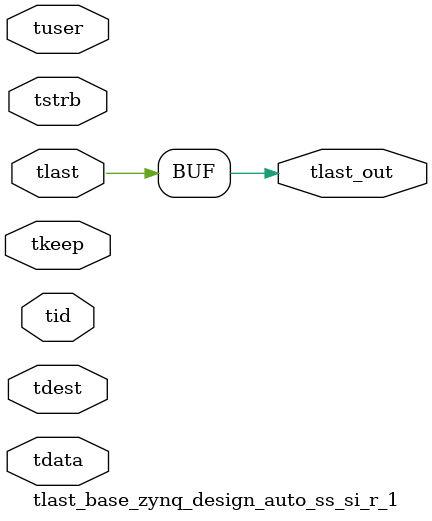
<source format=v>


`timescale 1ps/1ps

module tlast_base_zynq_design_auto_ss_si_r_1 #
(
parameter C_S_AXIS_TID_WIDTH   = 1,
parameter C_S_AXIS_TUSER_WIDTH = 0,
parameter C_S_AXIS_TDATA_WIDTH = 0,
parameter C_S_AXIS_TDEST_WIDTH = 0
)
(
input  [(C_S_AXIS_TID_WIDTH   == 0 ? 1 : C_S_AXIS_TID_WIDTH)-1:0       ] tid,
input  [(C_S_AXIS_TDATA_WIDTH == 0 ? 1 : C_S_AXIS_TDATA_WIDTH)-1:0     ] tdata,
input  [(C_S_AXIS_TUSER_WIDTH == 0 ? 1 : C_S_AXIS_TUSER_WIDTH)-1:0     ] tuser,
input  [(C_S_AXIS_TDEST_WIDTH == 0 ? 1 : C_S_AXIS_TDEST_WIDTH)-1:0     ] tdest,
input  [(C_S_AXIS_TDATA_WIDTH/8)-1:0 ] tkeep,
input  [(C_S_AXIS_TDATA_WIDTH/8)-1:0 ] tstrb,
input  [0:0]                                                             tlast,
output                                                                   tlast_out
);

assign tlast_out = {tlast[0]};

endmodule


</source>
